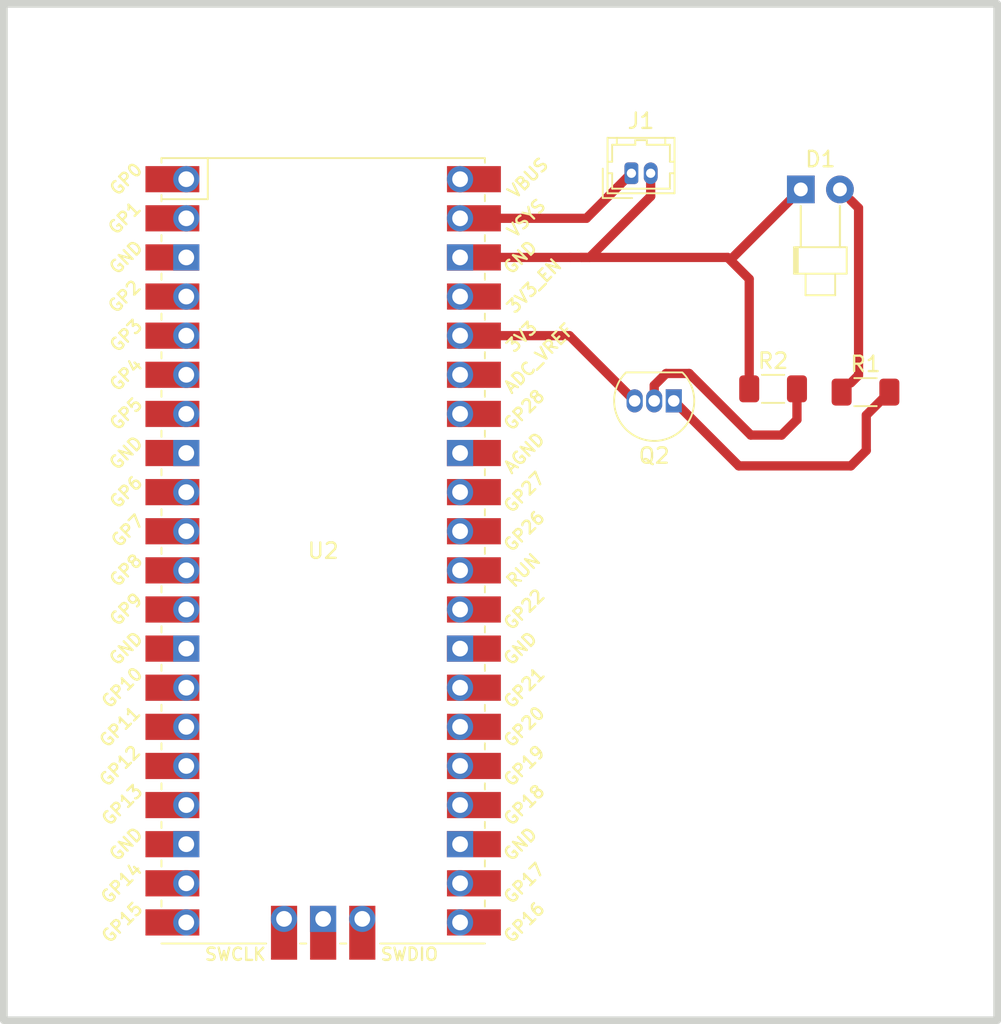
<source format=kicad_pcb>
(kicad_pcb (version 20240108) (generator "pcbnew") (generator_version "8.0")
  (layers (0 "F.Cu" signal) (31 "B.Cu" signal) (34 "B.Paste" user) (35 "F.Paste" user) (36 "B.SilkS" user "B.Silkscreen") (37 "F.SilkS" user "F.Silkscreen") (38 "B.Mask" user) (39 "F.Mask" user) (44 "Edge.Cuts" user))
  (net 0 "")
  (net 1 "GND")
  (net 2 "Net-(D1-A)")
  (net 3 "Net-(Q2-C)")
  (net 4 "3V3")
  (net 5 "Net-(Q2-B)")
  (net 6 "VCC")
  (footprint "Resistor_SMD:R_1206_3216Metric_Pad1.30x1.75mm_HandSolder" (layer "F.Cu") (at 166.95 82.21)
    (property "Reference" "R1" (at 0 -1.82 0) (layer "F.SilkS"))
    (property "Value" "330")
    (fp_line (start -0.727064 -0.91) (end 0.727064 -0.91) (stroke (width 0.12)) (layer "F.SilkS"))
    (fp_line (start -0.727064 0.91) (end 0.727064 0.91) (stroke (width 0.12)) (layer "F.SilkS"))
    (pad "1" smd roundrect (at -1.55 0) (size 1.3 1.75) (layers "F.Cu" "F.Paste" "F.Mask") (roundrect_rratio 0.192308) (net 2 "Net-(D1-A)"))
    (pad "2" smd roundrect (at 1.55 0) (size 1.3 1.75) (layers "F.Cu" "F.Paste" "F.Mask") (roundrect_rratio 0.192308) (net 3 "Net-(Q2-C)"))
  )
  (footprint "LED_THT:LED_D1.8mm_W1.8mm_H2.4mm_Horizontal_O3.81mm_Z1.6mm" (layer "F.Cu") (at 162.75 69.05)
    (property "Reference" "D1" (at 1.27 -1.96 0) (layer "F.SilkS"))
    (property "Value" "LED")
    (fp_line (start -0.44 3.75) (end -0.44 5.47) (stroke (width 0.12)) (layer "F.SilkS"))
    (fp_line (start -0.44 5.47) (end 2.98 5.47) (stroke (width 0.12)) (layer "F.SilkS"))
    (fp_line (start -0.32 3.75) (end -0.32 5.47) (stroke (width 0.12)) (layer "F.SilkS"))
    (fp_line (start -0.2 3.75) (end -0.2 5.47) (stroke (width 0.12)) (layer "F.SilkS"))
    (fp_line (start 0 1.08) (end 0 1.08) (stroke (width 0.12)) (layer "F.SilkS"))
    (fp_line (start 0 1.08) (end 0 3.75) (stroke (width 0.12)) (layer "F.SilkS"))
    (fp_line (start 0 3.75) (end 0 1.08) (stroke (width 0.12)) (layer "F.SilkS"))
    (fp_line (start 0 3.75) (end 0 3.75) (stroke (width 0.12)) (layer "F.SilkS"))
    (fp_line (start 0.31 5.47) (end 0.31 6.87) (stroke (width 0.12)) (layer "F.SilkS"))
    (fp_line (start 0.31 6.87) (end 2.23 6.87) (stroke (width 0.12)) (layer "F.SilkS"))
    (fp_line (start 2.23 5.47) (end 0.31 5.47) (stroke (width 0.12)) (layer "F.SilkS"))
    (fp_line (start 2.23 6.87) (end 2.23 5.47) (stroke (width 0.12)) (layer "F.SilkS"))
    (fp_line (start 2.54 1.08) (end 2.54 1.08) (stroke (width 0.12)) (layer "F.SilkS"))
    (fp_line (start 2.54 1.08) (end 2.54 3.75) (stroke (width 0.12)) (layer "F.SilkS"))
    (fp_line (start 2.54 3.75) (end 2.54 1.08) (stroke (width 0.12)) (layer "F.SilkS"))
    (fp_line (start 2.54 3.75) (end 2.54 3.75) (stroke (width 0.12)) (layer "F.SilkS"))
    (fp_line (start 2.98 3.75) (end -0.44 3.75) (stroke (width 0.12)) (layer "F.SilkS"))
    (fp_line (start 2.98 5.47) (end 2.98 3.75) (stroke (width 0.12)) (layer "F.SilkS"))
    (pad "1" thru_hole rect (at 0 0) (size 1.8 1.8) (drill 0.9) (layers "*.Cu" "*.Mask") (net 1 "GND"))
    (pad "2" thru_hole circle (at 2.54 0) (size 1.8 1.8) (drill 0.9) (layers "*.Cu" "*.Mask") (net 2 "Net-(D1-A)"))
  )
  (footprint "Package_TO_SOT_THT:TO-92_Inline" (layer "F.Cu") (at 154.5 82.78 180)
    (property "Reference" "Q2" (at 1.27 -3.56 180) (layer "F.SilkS"))
    (property "Value" "BC558")
    (fp_line (start -0.53 1.85) (end 3.07 1.85) (stroke (width 0.12)) (layer "F.SilkS"))
    (fp_arc (start 1.27 -2.6) (mid 3.672087 -0.994977) (end 3.108478 1.838478) (stroke (width 0.12)) (layer "F.SilkS"))
    (fp_arc (start -0.568478 1.838478) (mid -1.132087 -0.994977) (end 1.27 -2.6) (stroke (width 0.12)) (layer "F.SilkS"))
    (pad "1" thru_hole rect (at 0 0 180) (size 1.05 1.5) (drill 0.75) (layers "*.Cu" "*.Mask") (net 3 "Net-(Q2-C)"))
    (pad "2" thru_hole oval (at 1.27 0 180) (size 1.05 1.5) (drill 0.75) (layers "*.Cu" "*.Mask") (net 5 "Net-(Q2-B)"))
    (pad "3" thru_hole oval (at 2.54 0 180) (size 1.05 1.5) (drill 0.75) (layers "*.Cu" "*.Mask") (net 4 "3V3"))
  )
  (footprint "MCU_RaspberryPi_and_Boards:RPi_Pico_SMD_TH" (layer "F.Cu") (at 131.735 92.515)
    (property "Reference" "U2" (at 0 0 0) (layer "F.SilkS"))
    (property "Value" "Pico")
    (fp_line (start -10.5 -25.5) (end -10.5 -25.2) (stroke (width 0.12)) (layer "F.SilkS"))
    (fp_line (start -10.5 -25.5) (end 10.5 -25.5) (stroke (width 0.12)) (layer "F.SilkS"))
    (fp_line (start -10.5 -23.1) (end -10.5 -22.7) (stroke (width 0.12)) (layer "F.SilkS"))
    (fp_line (start -10.5 -22.833) (end -7.493 -22.833) (stroke (width 0.12)) (layer "F.SilkS"))
    (fp_line (start -10.5 -20.5) (end -10.5 -20.1) (stroke (width 0.12)) (layer "F.SilkS"))
    (fp_line (start -10.5 -18) (end -10.5 -17.6) (stroke (width 0.12)) (layer "F.SilkS"))
    (fp_line (start -10.5 -15.4) (end -10.5 -15) (stroke (width 0.12)) (layer "F.SilkS"))
    (fp_line (start -10.5 -12.9) (end -10.5 -12.5) (stroke (width 0.12)) (layer "F.SilkS"))
    (fp_line (start -10.5 -10.4) (end -10.5 -10) (stroke (width 0.12)) (layer "F.SilkS"))
    (fp_line (start -10.5 -7.8) (end -10.5 -7.4) (stroke (width 0.12)) (layer "F.SilkS"))
    (fp_line (start -10.5 -5.3) (end -10.5 -4.9) (stroke (width 0.12)) (layer "F.SilkS"))
    (fp_line (start -10.5 -2.7) (end -10.5 -2.3) (stroke (width 0.12)) (layer "F.SilkS"))
    (fp_line (start -10.5 -0.2) (end -10.5 0.2) (stroke (width 0.12)) (layer "F.SilkS"))
    (fp_line (start -10.5 2.3) (end -10.5 2.7) (stroke (width 0.12)) (layer "F.SilkS"))
    (fp_line (start -10.5 4.9) (end -10.5 5.3) (stroke (width 0.12)) (layer "F.SilkS"))
    (fp_line (start -10.5 7.4) (end -10.5 7.8) (stroke (width 0.12)) (layer "F.SilkS"))
    (fp_line (start -10.5 10) (end -10.5 10.4) (stroke (width 0.12)) (layer "F.SilkS"))
    (fp_line (start -10.5 12.5) (end -10.5 12.9) (stroke (width 0.12)) (layer "F.SilkS"))
    (fp_line (start -10.5 15.1) (end -10.5 15.5) (stroke (width 0.12)) (layer "F.SilkS"))
    (fp_line (start -10.5 17.6) (end -10.5 18) (stroke (width 0.12)) (layer "F.SilkS"))
    (fp_line (start -10.5 20.1) (end -10.5 20.5) (stroke (width 0.12)) (layer "F.SilkS"))
    (fp_line (start -10.5 22.7) (end -10.5 23.1) (stroke (width 0.12)) (layer "F.SilkS"))
    (fp_line (start -7.493 -22.833) (end -7.493 -25.5) (stroke (width 0.12)) (layer "F.SilkS"))
    (fp_line (start -3.7 25.5) (end -10.5 25.5) (stroke (width 0.12)) (layer "F.SilkS"))
    (fp_line (start -1.5 25.5) (end -1.1 25.5) (stroke (width 0.12)) (layer "F.SilkS"))
    (fp_line (start 1.1 25.5) (end 1.5 25.5) (stroke (width 0.12)) (layer "F.SilkS"))
    (fp_line (start 10.5 -25.5) (end 10.5 -25.2) (stroke (width 0.12)) (layer "F.SilkS"))
    (fp_line (start 10.5 -23.1) (end 10.5 -22.7) (stroke (width 0.12)) (layer "F.SilkS"))
    (fp_line (start 10.5 -20.5) (end 10.5 -20.1) (stroke (width 0.12)) (layer "F.SilkS"))
    (fp_line (start 10.5 -18) (end 10.5 -17.6) (stroke (width 0.12)) (layer "F.SilkS"))
    (fp_line (start 10.5 -15.4) (end 10.5 -15) (stroke (width 0.12)) (layer "F.SilkS"))
    (fp_line (start 10.5 -12.9) (end 10.5 -12.5) (stroke (width 0.12)) (layer "F.SilkS"))
    (fp_line (start 10.5 -10.4) (end 10.5 -10) (stroke (width 0.12)) (layer "F.SilkS"))
    (fp_line (start 10.5 -7.8) (end 10.5 -7.4) (stroke (width 0.12)) (layer "F.SilkS"))
    (fp_line (start 10.5 -5.3) (end 10.5 -4.9) (stroke (width 0.12)) (layer "F.SilkS"))
    (fp_line (start 10.5 -2.7) (end 10.5 -2.3) (stroke (width 0.12)) (layer "F.SilkS"))
    (fp_line (start 10.5 -0.2) (end 10.5 0.2) (stroke (width 0.12)) (layer "F.SilkS"))
    (fp_line (start 10.5 2.3) (end 10.5 2.7) (stroke (width 0.12)) (layer "F.SilkS"))
    (fp_line (start 10.5 4.9) (end 10.5 5.3) (stroke (width 0.12)) (layer "F.SilkS"))
    (fp_line (start 10.5 7.4) (end 10.5 7.8) (stroke (width 0.12)) (layer "F.SilkS"))
    (fp_line (start 10.5 10) (end 10.5 10.4) (stroke (width 0.12)) (layer "F.SilkS"))
    (fp_line (start 10.5 12.5) (end 10.5 12.9) (stroke (width 0.12)) (layer "F.SilkS"))
    (fp_line (start 10.5 15.1) (end 10.5 15.5) (stroke (width 0.12)) (layer "F.SilkS"))
    (fp_line (start 10.5 17.6) (end 10.5 18) (stroke (width 0.12)) (layer "F.SilkS"))
    (fp_line (start 10.5 20.1) (end 10.5 20.5) (stroke (width 0.12)) (layer "F.SilkS"))
    (fp_line (start 10.5 22.7) (end 10.5 23.1) (stroke (width 0.12)) (layer "F.SilkS"))
    (fp_line (start 10.5 25.5) (end 3.7 25.5) (stroke (width 0.12)) (layer "F.SilkS"))
    (fp_text user "GP21" (at 13.054 8.9 45) (layer "F.SilkS") (effects (font (size 0.8 0.8))))
    (fp_text user "GP3" (at -12.8 -13.97 45) (layer "F.SilkS") (effects (font (size 0.8 0.8))))
    (fp_text user "GP11" (at -13.2 11.43 45) (layer "F.SilkS") (effects (font (size 0.8 0.8))))
    (fp_text user "GP1" (at -12.9 -21.6 45) (layer "F.SilkS") (effects (font (size 0.8 0.8))))
    (fp_text user "GP0" (at -12.8 -24.13 45) (layer "F.SilkS") (effects (font (size 0.8 0.8))))
    (fp_text user "GP15" (at -13.054 24.13 45) (layer "F.SilkS") (effects (font (size 0.8 0.8))))
    (fp_text user "GP6" (at -12.8 -3.81 45) (layer "F.SilkS") (effects (font (size 0.8 0.8))))
    (fp_text user "3V3" (at 12.9 -13.9 45) (layer "F.SilkS") (effects (font (size 0.8 0.8))))
    (fp_text user "GP18" (at 13.054 16.51 45) (layer "F.SilkS") (effects (font (size 0.8 0.8))))
    (fp_text user "GP28" (at 13.054 -9.144 45) (layer "F.SilkS") (effects (font (size 0.8 0.8))))
    (fp_text user "GND" (at -12.8 6.35 45) (layer "F.SilkS") (effects (font (size 0.8 0.8))))
    (fp_text user "GP27" (at 13.054 -3.8 45) (layer "F.SilkS") (effects (font (size 0.8 0.8))))
    (fp_text user "GND" (at -12.8 -19.05 45) (layer "F.SilkS") (effects (font (size 0.8 0.8))))
    (fp_text user "GND" (at 12.8 19.05 45) (layer "F.SilkS") (effects (font (size 0.8 0.8))))
    (fp_text user "GP19" (at 13.054 13.97 45) (layer "F.SilkS") (effects (font (size 0.8 0.8))))
    (fp_text user "GND" (at 12.8 6.35 45) (layer "F.SilkS") (effects (font (size 0.8 0.8))))
    (fp_text user "ADC_VREF" (at 14 -12.5 45) (layer "F.SilkS") (effects (font (size 0.8 0.8))))
    (fp_text user "AGND" (at 13.054 -6.35 45) (layer "F.SilkS") (effects (font (size 0.8 0.8))))
    (fp_text user "GP26" (at 13.054 -1.27 45) (layer "F.SilkS") (effects (font (size 0.8 0.8))))
    (fp_text user "GP4" (at -12.8 -11.43 45) (layer "F.SilkS") (effects (font (size 0.8 0.8))))
    (fp_text user "GP9" (at -12.8 3.81 45) (layer "F.SilkS") (effects (font (size 0.8 0.8))))
    (fp_text user "SWCLK" (at -5.7 26.2 0) (layer "F.SilkS") (effects (font (size 0.8 0.8))))
    (fp_text user "GP5" (at -12.8 -8.89 45) (layer "F.SilkS") (effects (font (size 0.8 0.8))))
    (fp_text user "GP8" (at -12.8 1.27 45) (layer "F.SilkS") (effects (font (size 0.8 0.8))))
    (fp_text user "3V3_EN" (at 13.7 -17.2 45) (layer "F.SilkS") (effects (font (size 0.8 0.8))))
    (fp_text user "GP10" (at -13.054 8.89 45) (layer "F.SilkS") (effects (font (size 0.8 0.8))))
    (fp_text user "VBUS" (at 13.3 -24.2 45) (layer "F.SilkS") (effects (font (size 0.8 0.8))))
    (fp_text user "RUN" (at 13 1.27 45) (layer "F.SilkS") (effects (font (size 0.8 0.8))))
    (fp_text user "GND" (at -12.8 -6.35 45) (layer "F.SilkS") (effects (font (size 0.8 0.8))))
    (fp_text user "GP14" (at -13.1 21.59 45) (layer "F.SilkS") (effects (font (size 0.8 0.8))))
    (fp_text user "GND" (at 12.8 -19.05 45) (layer "F.SilkS") (effects (font (size 0.8 0.8))))
    (fp_text user "GP20" (at 13.054 11.43 45) (layer "F.SilkS") (effects (font (size 0.8 0.8))))
    (fp_text user "GP13" (at -13.054 16.51 45) (layer "F.SilkS") (effects (font (size 0.8 0.8))))
    (fp_text user "VSYS" (at 13.2 -21.59 45) (layer "F.SilkS") (effects (font (size 0.8 0.8))))
    (fp_text user "GP2" (at -12.9 -16.51 45) (layer "F.SilkS") (effects (font (size 0.8 0.8))))
    (fp_text user "GP16" (at 13.054 24.13 45) (layer "F.SilkS") (effects (font (size 0.8 0.8))))
    (fp_text user "GP7" (at -12.7 -1.3 45) (layer "F.SilkS") (effects (font (size 0.8 0.8))))
    (fp_text user "SWDIO" (at 5.6 26.2 0) (layer "F.SilkS") (effects (font (size 0.8 0.8))))
    (fp_text user "GND" (at -12.8 19.05 45) (layer "F.SilkS") (effects (font (size 0.8 0.8))))
    (fp_text user "GP12" (at -13.2 13.97 45) (layer "F.SilkS") (effects (font (size 0.8 0.8))))
    (fp_text user "GP17" (at 13.054 21.59 45) (layer "F.SilkS") (effects (font (size 0.8 0.8))))
    (fp_text user "GP22" (at 13.054 3.81 45) (layer "F.SilkS") (effects (font (size 0.8 0.8))))
    (pad "" np_thru_hole oval (at -2.725 -24) (size 1.8 1.8) (drill 1.8) (layers "*.Cu" "*.Mask"))
    (pad "" np_thru_hole oval (at -2.425 -20.97) (size 1.5 1.5) (drill 1.5) (layers "*.Cu" "*.Mask"))
    (pad "" np_thru_hole oval (at 2.425 -20.97) (size 1.5 1.5) (drill 1.5) (layers "*.Cu" "*.Mask"))
    (pad "" np_thru_hole oval (at 2.725 -24) (size 1.8 1.8) (drill 1.8) (layers "*.Cu" "*.Mask"))
    (pad "1" thru_hole oval (at -8.89 -24.13) (size 1.7 1.7) (drill 1.02) (layers "*.Cu" "*.Mask"))
    (pad "1" smd rect (at -8.89 -24.13) (size 3.5 1.7) (drill (offset -0.9 0)) (layers "F.Cu" "F.Mask"))
    (pad "2" thru_hole oval (at -8.89 -21.59) (size 1.7 1.7) (drill 1.02) (layers "*.Cu" "*.Mask"))
    (pad "2" smd rect (at -8.89 -21.59) (size 3.5 1.7) (drill (offset -0.9 0)) (layers "F.Cu" "F.Mask"))
    (pad "3" thru_hole rect (at -8.89 -19.05) (size 1.7 1.7) (drill 1.02) (layers "*.Cu" "*.Mask"))
    (pad "3" smd rect (at -8.89 -19.05) (size 3.5 1.7) (drill (offset -0.9 0)) (layers "F.Cu" "F.Mask"))
    (pad "4" thru_hole oval (at -8.89 -16.51) (size 1.7 1.7) (drill 1.02) (layers "*.Cu" "*.Mask"))
    (pad "4" smd rect (at -8.89 -16.51) (size 3.5 1.7) (drill (offset -0.9 0)) (layers "F.Cu" "F.Mask"))
    (pad "5" thru_hole oval (at -8.89 -13.97) (size 1.7 1.7) (drill 1.02) (layers "*.Cu" "*.Mask"))
    (pad "5" smd rect (at -8.89 -13.97) (size 3.5 1.7) (drill (offset -0.9 0)) (layers "F.Cu" "F.Mask"))
    (pad "6" thru_hole oval (at -8.89 -11.43) (size 1.7 1.7) (drill 1.02) (layers "*.Cu" "*.Mask"))
    (pad "6" smd rect (at -8.89 -11.43) (size 3.5 1.7) (drill (offset -0.9 0)) (layers "F.Cu" "F.Mask"))
    (pad "7" thru_hole oval (at -8.89 -8.89) (size 1.7 1.7) (drill 1.02) (layers "*.Cu" "*.Mask"))
    (pad "7" smd rect (at -8.89 -8.89) (size 3.5 1.7) (drill (offset -0.9 0)) (layers "F.Cu" "F.Mask"))
    (pad "8" thru_hole rect (at -8.89 -6.35) (size 1.7 1.7) (drill 1.02) (layers "*.Cu" "*.Mask"))
    (pad "8" smd rect (at -8.89 -6.35) (size 3.5 1.7) (drill (offset -0.9 0)) (layers "F.Cu" "F.Mask"))
    (pad "9" thru_hole oval (at -8.89 -3.81) (size 1.7 1.7) (drill 1.02) (layers "*.Cu" "*.Mask"))
    (pad "9" smd rect (at -8.89 -3.81) (size 3.5 1.7) (drill (offset -0.9 0)) (layers "F.Cu" "F.Mask"))
    (pad "10" thru_hole oval (at -8.89 -1.27) (size 1.7 1.7) (drill 1.02) (layers "*.Cu" "*.Mask"))
    (pad "10" smd rect (at -8.89 -1.27) (size 3.5 1.7) (drill (offset -0.9 0)) (layers "F.Cu" "F.Mask"))
    (pad "11" thru_hole oval (at -8.89 1.27) (size 1.7 1.7) (drill 1.02) (layers "*.Cu" "*.Mask"))
    (pad "11" smd rect (at -8.89 1.27) (size 3.5 1.7) (drill (offset -0.9 0)) (layers "F.Cu" "F.Mask"))
    (pad "12" thru_hole oval (at -8.89 3.81) (size 1.7 1.7) (drill 1.02) (layers "*.Cu" "*.Mask"))
    (pad "12" smd rect (at -8.89 3.81) (size 3.5 1.7) (drill (offset -0.9 0)) (layers "F.Cu" "F.Mask"))
    (pad "13" thru_hole rect (at -8.89 6.35) (size 1.7 1.7) (drill 1.02) (layers "*.Cu" "*.Mask"))
    (pad "13" smd rect (at -8.89 6.35) (size 3.5 1.7) (drill (offset -0.9 0)) (layers "F.Cu" "F.Mask"))
    (pad "14" thru_hole oval (at -8.89 8.89) (size 1.7 1.7) (drill 1.02) (layers "*.Cu" "*.Mask"))
    (pad "14" smd rect (at -8.89 8.89) (size 3.5 1.7) (drill (offset -0.9 0)) (layers "F.Cu" "F.Mask"))
    (pad "15" thru_hole oval (at -8.89 11.43) (size 1.7 1.7) (drill 1.02) (layers "*.Cu" "*.Mask"))
    (pad "15" smd rect (at -8.89 11.43) (size 3.5 1.7) (drill (offset -0.9 0)) (layers "F.Cu" "F.Mask"))
    (pad "16" thru_hole oval (at -8.89 13.97) (size 1.7 1.7) (drill 1.02) (layers "*.Cu" "*.Mask"))
    (pad "16" smd rect (at -8.89 13.97) (size 3.5 1.7) (drill (offset -0.9 0)) (layers "F.Cu" "F.Mask"))
    (pad "17" thru_hole oval (at -8.89 16.51) (size 1.7 1.7) (drill 1.02) (layers "*.Cu" "*.Mask"))
    (pad "17" smd rect (at -8.89 16.51) (size 3.5 1.7) (drill (offset -0.9 0)) (layers "F.Cu" "F.Mask"))
    (pad "18" thru_hole rect (at -8.89 19.05) (size 1.7 1.7) (drill 1.02) (layers "*.Cu" "*.Mask"))
    (pad "18" smd rect (at -8.89 19.05) (size 3.5 1.7) (drill (offset -0.9 0)) (layers "F.Cu" "F.Mask"))
    (pad "19" thru_hole oval (at -8.89 21.59) (size 1.7 1.7) (drill 1.02) (layers "*.Cu" "*.Mask"))
    (pad "19" smd rect (at -8.89 21.59) (size 3.5 1.7) (drill (offset -0.9 0)) (layers "F.Cu" "F.Mask"))
    (pad "20" thru_hole oval (at -8.89 24.13) (size 1.7 1.7) (drill 1.02) (layers "*.Cu" "*.Mask"))
    (pad "20" smd rect (at -8.89 24.13) (size 3.5 1.7) (drill (offset -0.9 0)) (layers "F.Cu" "F.Mask"))
    (pad "21" thru_hole oval (at 8.89 24.13) (size 1.7 1.7) (drill 1.02) (layers "*.Cu" "*.Mask"))
    (pad "21" smd rect (at 8.89 24.13) (size 3.5 1.7) (drill (offset 0.9 0)) (layers "F.Cu" "F.Mask"))
    (pad "22" thru_hole oval (at 8.89 21.59) (size 1.7 1.7) (drill 1.02) (layers "*.Cu" "*.Mask"))
    (pad "22" smd rect (at 8.89 21.59) (size 3.5 1.7) (drill (offset 0.9 0)) (layers "F.Cu" "F.Mask"))
    (pad "23" thru_hole rect (at 8.89 19.05) (size 1.7 1.7) (drill 1.02) (layers "*.Cu" "*.Mask"))
    (pad "23" smd rect (at 8.89 19.05) (size 3.5 1.7) (drill (offset 0.9 0)) (layers "F.Cu" "F.Mask"))
    (pad "24" thru_hole oval (at 8.89 16.51) (size 1.7 1.7) (drill 1.02) (layers "*.Cu" "*.Mask"))
    (pad "24" smd rect (at 8.89 16.51) (size 3.5 1.7) (drill (offset 0.9 0)) (layers "F.Cu" "F.Mask"))
    (pad "25" thru_hole oval (at 8.89 13.97) (size 1.7 1.7) (drill 1.02) (layers "*.Cu" "*.Mask"))
    (pad "25" smd rect (at 8.89 13.97) (size 3.5 1.7) (drill (offset 0.9 0)) (layers "F.Cu" "F.Mask"))
    (pad "26" thru_hole oval (at 8.89 11.43) (size 1.7 1.7) (drill 1.02) (layers "*.Cu" "*.Mask"))
    (pad "26" smd rect (at 8.89 11.43) (size 3.5 1.7) (drill (offset 0.9 0)) (layers "F.Cu" "F.Mask"))
    (pad "27" thru_hole oval (at 8.89 8.89) (size 1.7 1.7) (drill 1.02) (layers "*.Cu" "*.Mask"))
    (pad "27" smd rect (at 8.89 8.89) (size 3.5 1.7) (drill (offset 0.9 0)) (layers "F.Cu" "F.Mask"))
    (pad "28" thru_hole rect (at 8.89 6.35) (size 1.7 1.7) (drill 1.02) (layers "*.Cu" "*.Mask"))
    (pad "28" smd rect (at 8.89 6.35) (size 3.5 1.7) (drill (offset 0.9 0)) (layers "F.Cu" "F.Mask"))
    (pad "29" thru_hole oval (at 8.89 3.81) (size 1.7 1.7) (drill 1.02) (layers "*.Cu" "*.Mask"))
    (pad "29" smd rect (at 8.89 3.81) (size 3.5 1.7) (drill (offset 0.9 0)) (layers "F.Cu" "F.Mask"))
    (pad "30" thru_hole oval (at 8.89 1.27) (size 1.7 1.7) (drill 1.02) (layers "*.Cu" "*.Mask"))
    (pad "30" smd rect (at 8.89 1.27) (size 3.5 1.7) (drill (offset 0.9 0)) (layers "F.Cu" "F.Mask"))
    (pad "31" thru_hole oval (at 8.89 -1.27) (size 1.7 1.7) (drill 1.02) (layers "*.Cu" "*.Mask"))
    (pad "31" smd rect (at 8.89 -1.27) (size 3.5 1.7) (drill (offset 0.9 0)) (layers "F.Cu" "F.Mask"))
    (pad "32" thru_hole oval (at 8.89 -3.81) (size 1.7 1.7) (drill 1.02) (layers "*.Cu" "*.Mask"))
    (pad "32" smd rect (at 8.89 -3.81) (size 3.5 1.7) (drill (offset 0.9 0)) (layers "F.Cu" "F.Mask"))
    (pad "33" thru_hole rect (at 8.89 -6.35) (size 1.7 1.7) (drill 1.02) (layers "*.Cu" "*.Mask"))
    (pad "33" smd rect (at 8.89 -6.35) (size 3.5 1.7) (drill (offset 0.9 0)) (layers "F.Cu" "F.Mask"))
    (pad "34" thru_hole oval (at 8.89 -8.89) (size 1.7 1.7) (drill 1.02) (layers "*.Cu" "*.Mask"))
    (pad "34" smd rect (at 8.89 -8.89) (size 3.5 1.7) (drill (offset 0.9 0)) (layers "F.Cu" "F.Mask"))
    (pad "35" thru_hole oval (at 8.89 -11.43) (size 1.7 1.7) (drill 1.02) (layers "*.Cu" "*.Mask"))
    (pad "35" smd rect (at 8.89 -11.43) (size 3.5 1.7) (drill (offset 0.9 0)) (layers "F.Cu" "F.Mask"))
    (pad "36" thru_hole oval (at 8.89 -13.97) (size 1.7 1.7) (drill 1.02) (layers "*.Cu" "*.Mask") (net 4 "3V3"))
    (pad "36" smd rect (at 8.89 -13.97) (size 3.5 1.7) (drill (offset 0.9 0)) (layers "F.Cu" "F.Mask") (net 4 "3V3"))
    (pad "37" thru_hole oval (at 8.89 -16.51) (size 1.7 1.7) (drill 1.02) (layers "*.Cu" "*.Mask"))
    (pad "37" smd rect (at 8.89 -16.51) (size 3.5 1.7) (drill (offset 0.9 0)) (layers "F.Cu" "F.Mask"))
    (pad "38" thru_hole rect (at 8.89 -19.05) (size 1.7 1.7) (drill 1.02) (layers "*.Cu" "*.Mask") (net 1 "GND"))
    (pad "38" smd rect (at 8.89 -19.05) (size 3.5 1.7) (drill (offset 0.9 0)) (layers "F.Cu" "F.Mask") (net 1 "GND"))
    (pad "39" thru_hole oval (at 8.89 -21.59) (size 1.7 1.7) (drill 1.02) (layers "*.Cu" "*.Mask") (net 6 "VCC"))
    (pad "39" smd rect (at 8.89 -21.59) (size 3.5 1.7) (drill (offset 0.9 0)) (layers "F.Cu" "F.Mask") (net 6 "VCC"))
    (pad "40" thru_hole oval (at 8.89 -24.13) (size 1.7 1.7) (drill 1.02) (layers "*.Cu" "*.Mask"))
    (pad "40" smd rect (at 8.89 -24.13) (size 3.5 1.7) (drill (offset 0.9 0)) (layers "F.Cu" "F.Mask"))
    (pad "41" thru_hole oval (at -2.54 23.9) (size 1.7 1.7) (drill 1.02) (layers "*.Cu" "*.Mask"))
    (pad "41" smd rect (at -2.54 23.9 90) (size 3.5 1.7) (drill (offset -0.9 0)) (layers "F.Cu" "F.Mask"))
    (pad "42" thru_hole rect (at 0 23.9) (size 1.7 1.7) (drill 1.02) (layers "*.Cu" "*.Mask"))
    (pad "42" smd rect (at 0 23.9 90) (size 3.5 1.7) (drill (offset -0.9 0)) (layers "F.Cu" "F.Mask"))
    (pad "43" thru_hole oval (at 2.54 23.9) (size 1.7 1.7) (drill 1.02) (layers "*.Cu" "*.Mask"))
    (pad "43" smd rect (at 2.54 23.9 90) (size 3.5 1.7) (drill (offset -0.9 0)) (layers "F.Cu" "F.Mask"))
  )
  (footprint "Connector_Hirose:Hirose_DF13-02P-1.25DSA_1x02_P1.25mm_Vertical" (layer "F.Cu") (at 151.75 68)
    (property "Reference" "J1" (at 0.62 -3.4 0) (layer "F.SilkS"))
    (property "Value" "Alimentação")
    (fp_line (start -1.86 -0.3) (end -1.86 1.61) (stroke (width 0.12)) (layer "F.SilkS"))
    (fp_line (start -1.86 1.61) (end 0.05 1.61) (stroke (width 0.12)) (layer "F.SilkS"))
    (fp_line (start -1.55 -2.3) (end -1.55 1.3) (stroke (width 0.12)) (layer "F.SilkS"))
    (fp_line (start -1.55 -0.75) (end -1.25 -0.75) (stroke (width 0.12)) (layer "F.SilkS"))
    (fp_line (start -1.55 0) (end -1.25 0) (stroke (width 0.12)) (layer "F.SilkS"))
    (fp_line (start -1.55 1.3) (end 2.8 1.3) (stroke (width 0.12)) (layer "F.SilkS"))
    (fp_line (start -1.25 -1.85) (end -0.95 -1.85) (stroke (width 0.12)) (layer "F.SilkS"))
    (fp_line (start -1.25 -0.75) (end -1.25 -1.85) (stroke (width 0.12)) (layer "F.SilkS"))
    (fp_line (start -1.25 0) (end -1.25 1) (stroke (width 0.12)) (layer "F.SilkS"))
    (fp_line (start -1.25 1) (end 2.5 1) (stroke (width 0.12)) (layer "F.SilkS"))
    (fp_line (start -0.95 -1.85) (end -0.95 -2.3) (stroke (width 0.12)) (layer "F.SilkS"))
    (fp_line (start -0.95 -1.85) (end 0.25 -1.85) (stroke (width 0.12)) (layer "F.SilkS"))
    (fp_line (start 0.25 -2.15) (end 1 -2.15) (stroke (width 0.12)) (layer "F.SilkS"))
    (fp_line (start 0.25 -1.85) (end 0.25 -2.15) (stroke (width 0.12)) (layer "F.SilkS"))
    (fp_line (start 1 -2.15) (end 1 -1.85) (stroke (width 0.12)) (layer "F.SilkS"))
    (fp_line (start 1 -1.85) (end 2.2 -1.85) (stroke (width 0.12)) (layer "F.SilkS"))
    (fp_line (start 2.2 -1.85) (end 2.2 -2.3) (stroke (width 0.12)) (layer "F.SilkS"))
    (fp_line (start 2.5 -1.85) (end 2.2 -1.85) (stroke (width 0.12)) (layer "F.SilkS"))
    (fp_line (start 2.5 -0.75) (end 2.5 -1.85) (stroke (width 0.12)) (layer "F.SilkS"))
    (fp_line (start 2.5 0) (end 2.8 0) (stroke (width 0.12)) (layer "F.SilkS"))
    (fp_line (start 2.5 1) (end 2.5 0) (stroke (width 0.12)) (layer "F.SilkS"))
    (fp_line (start 2.8 -2.3) (end -1.55 -2.3) (stroke (width 0.12)) (layer "F.SilkS"))
    (fp_line (start 2.8 -0.75) (end 2.5 -0.75) (stroke (width 0.12)) (layer "F.SilkS"))
    (fp_line (start 2.8 1.3) (end 2.8 -2.3) (stroke (width 0.12)) (layer "F.SilkS"))
    (pad "1" thru_hole roundrect (at 0 0) (size 0.9 1.4) (drill 0.6) (layers "*.Cu" "*.Mask") (net 6 "VCC"))
    (pad "2" thru_hole oval (at 1.25 0) (size 0.9 1.4) (drill 0.6) (layers "*.Cu" "*.Mask") (net 1 "GND"))
  )
  (footprint "Resistor_SMD:R_1206_3216Metric_Pad1.30x1.75mm_HandSolder" (layer "F.Cu") (at 160.95 82)
    (property "Reference" "R2" (at 0 -1.82 0) (layer "F.SilkS"))
    (property "Value" "47K")
    (fp_line (start -0.727064 -0.91) (end 0.727064 -0.91) (stroke (width 0.12)) (layer "F.SilkS"))
    (fp_line (start -0.727064 0.91) (end 0.727064 0.91) (stroke (width 0.12)) (layer "F.SilkS"))
    (pad "1" smd roundrect (at -1.55 0) (size 1.3 1.75) (layers "F.Cu" "F.Paste" "F.Mask") (roundrect_rratio 0.192308) (net 1 "GND"))
    (pad "2" smd roundrect (at 1.55 0) (size 1.3 1.75) (layers "F.Cu" "F.Paste" "F.Mask") (roundrect_rratio 0.192308) (net 5 "Net-(Q2-B)"))
  )
  (gr_rect (start 111 57) (end 175.5 123) (stroke (width 0.5)) (fill none) (layer "Edge.Cuts"))
  (segment (start 159.4 74.865) (end 158 73.465) (width 0.6) (layer "F.Cu") (net 1))
  (segment (start 158.335 73.465) (end 158 73.465) (width 0.2) (layer "F.Cu") (net 1))
  (segment (start 148.5 73.465) (end 149.035 73.465) (width 0.6) (layer "F.Cu") (net 1))
  (segment (start 153 68.25) (end 153 68) (width 0.2) (layer "F.Cu") (net 1))
  (segment (start 140.625 73.465) (end 147.785 73.465) (width 0.6) (layer "F.Cu") (net 1))
  (segment (start 147.785 73.465) (end 148.5 73.465) (width 0.6) (layer "F.Cu") (net 1))
  (segment (start 159.4 82) (end 159.4 74.865) (width 0.6) (layer "F.Cu") (net 1))
  (segment (start 153 69.5) (end 153 68.25) (width 0.6) (layer "F.Cu") (net 1))
  (segment (start 162.75 69.05) (end 158.335 73.465) (width 0.6) (layer "F.Cu") (net 1))
  (segment (start 158 73.465) (end 148.5 73.465) (width 0.6) (layer "F.Cu") (net 1))
  (segment (start 149.035 73.465) (end 153 69.5) (width 0.6) (layer "F.Cu") (net 1))
  (segment (start 165.29 69.05) (end 166 69.76) (width 0.2) (layer "F.Cu") (net 2))
  (segment (start 166.5 70.26) (end 166.5 81.11) (width 0.6) (layer "F.Cu") (net 2))
  (segment (start 166 69.76) (end 166.5 70.26) (width 0.6) (layer "F.Cu") (net 2))
  (segment (start 166 81.61) (end 165.4 82.21) (width 0.2) (layer "F.Cu") (net 2))
  (segment (start 166.5 81.11) (end 166 81.61) (width 0.6) (layer "F.Cu") (net 2))
  (segment (start 166 87) (end 167 86) (width 0.6) (layer "F.Cu") (net 3))
  (segment (start 167 86) (end 167 83.71) (width 0.6) (layer "F.Cu") (net 3))
  (segment (start 154.5 82.78) (end 158.72 87) (width 0.6) (layer "F.Cu") (net 3))
  (segment (start 167 83.71) (end 168.5 82.21) (width 0.6) (layer "F.Cu") (net 3))
  (segment (start 158.72 87) (end 166 87) (width 0.6) (layer "F.Cu") (net 3))
  (segment (start 151.96 82.78) (end 147.725 78.545) (width 0.6) (layer "F.Cu") (net 4))
  (segment (start 140.625 78.545) (end 147.725 78.545) (width 0.6) (layer "F.Cu") (net 4))
  (segment (start 161.5 85) (end 162.5 84) (width 0.6) (layer "F.Cu") (net 5))
  (segment (start 155.5 81) (end 159.5 85) (width 0.6) (layer "F.Cu") (net 5))
  (segment (start 153.23 82.78) (end 153.23 81.775) (width 0.6) (layer "F.Cu") (net 5))
  (segment (start 159.5 85) (end 161.5 85) (width 0.6) (layer "F.Cu") (net 5))
  (segment (start 162.5 84) (end 162.5 82) (width 0.6) (layer "F.Cu") (net 5))
  (segment (start 153.23 82.78) (end 153.23 83.385) (width 0.2) (layer "F.Cu") (net 5))
  (segment (start 154.005 81) (end 155.5 81) (width 0.6) (layer "F.Cu") (net 5))
  (segment (start 153.23 81.775) (end 154.005 81) (width 0.6) (layer "F.Cu") (net 5))
  (segment (start 153.23 82.78) (end 153.23 82.175) (width 0.2) (layer "F.Cu") (net 5))
  (segment (start 148.825 70.925) (end 151.75 68) (width 0.6) (layer "F.Cu") (net 6))
  (segment (start 140.625 70.925) (end 148.825 70.925) (width 0.6) (layer "F.Cu") (net 6))
)
</source>
